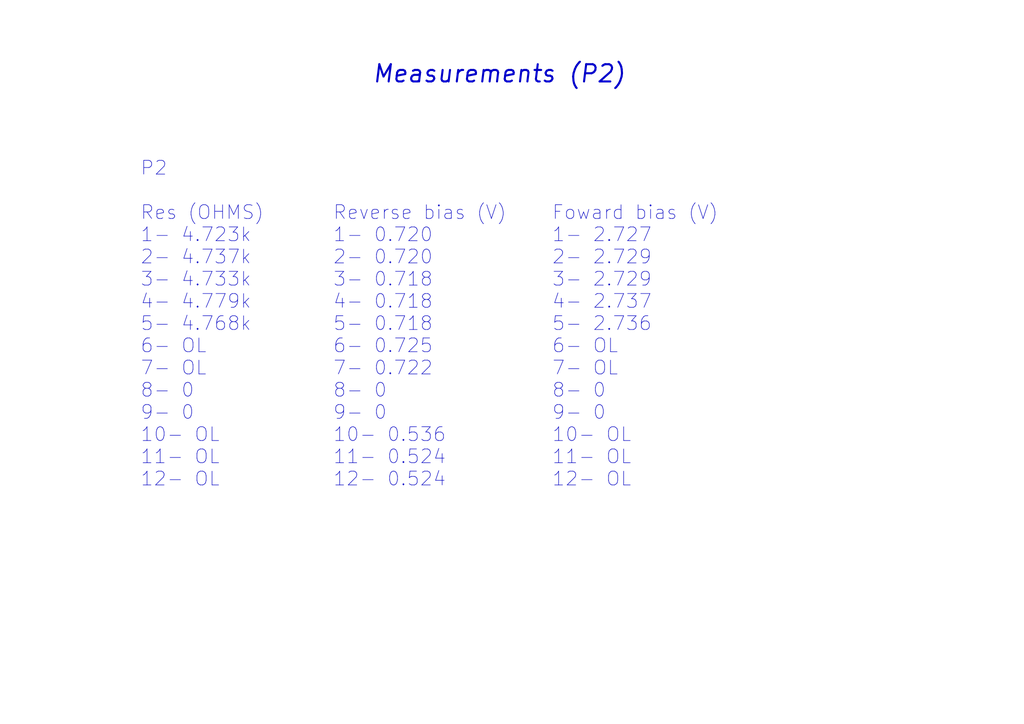
<source format=kicad_sch>
(kicad_sch
	(version 20231120)
	(generator "eeschema")
	(generator_version "8.0")
	(uuid "85160b27-b5d4-46b6-8d3e-b429dd0f2d4e")
	(paper "A4")
	(title_block
		(title "X BOARD LG PLASMA TV PANEL")
		(date "2025-04-03")
		(rev "1.0")
		(comment 1 "Author: Fábio Pereira da Silva")
		(comment 2 "Measurements (P2)")
	)
	(lib_symbols)
	(text "\n\nReverse bias (V)\n1- 0.720\n2- 0.720\n3- 0.718\n4- 0.718\n5- 0.718\n6- 0.725\n7- 0.722\n8- 0\n9- 0\n10- 0.536\n11- 0.524\n12- 0.524"
		(exclude_from_sim no)
		(at 96.52 93.98 0)
		(effects
			(font
				(size 4 4)
			)
			(justify left)
		)
		(uuid "3665b661-e921-4c70-964b-ae036156001a")
	)
	(text "\n\nFoward bias (V)\n1- 2.727\n2- 2.729\n3- 2.729\n4- 2.737\n5- 2.736\n6- OL\n7- OL\n8- 0\n9- 0\n10- OL\n11- OL\n12- OL"
		(exclude_from_sim no)
		(at 160.02 93.98 0)
		(effects
			(font
				(size 4 4)
			)
			(justify left)
		)
		(uuid "6fc64fa8-4561-43ce-9304-d413399c9e85")
	)
	(text "Measurements (P2)"
		(exclude_from_sim no)
		(at 144.78 21.59 0)
		(effects
			(font
				(size 5 5)
				(thickness 0.6)
				(bold yes)
				(italic yes)
			)
		)
		(uuid "c8e700d1-df3d-4141-93f9-8cd5340aca75")
	)
	(text "P2\n\nRes (OHMS)\n1- 4.723k\n2- 4.737k\n3- 4.733k\n4- 4.779k\n5- 4.768k\n6- OL\n7- OL\n8- 0\n9- 0\n10- OL\n11- OL\n12- OL"
		(exclude_from_sim no)
		(at 40.64 93.98 0)
		(effects
			(font
				(size 4 4)
			)
			(justify left)
		)
		(uuid "f3ef7e1e-4f48-4279-bbe5-5d456d3c0a5f")
	)
)

</source>
